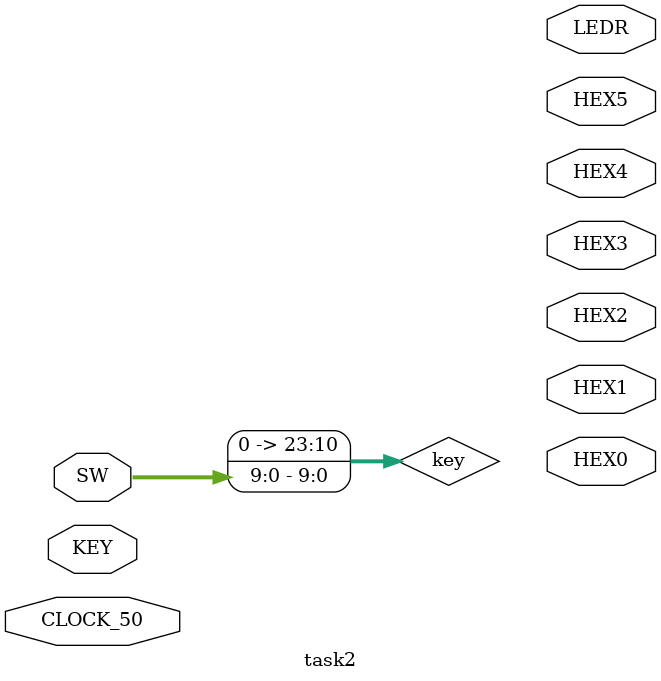
<source format=sv>
module task2(input logic CLOCK_50, input logic [3:0] KEY, input logic [9:0] SW,
             output logic [6:0] HEX0, output logic [6:0] HEX1, output logic [6:0] HEX2,
             output logic [6:0] HEX3, output logic [6:0] HEX4, output logic [6:0] HEX5,
             output logic [9:0] LEDR);

	// Defining local parameter values for the the individual states of for
	// task 2.
	localparam Waiting_For_Reset = 0;
	localparam Init_Wait_For_Rdy = 1;
	localparam Deassert_en_init = 2;
	localparam Initializing = 3;
	localparam Done_Initializing = 4;
	localparam Ksa_Wait_For_Ready = 5;
	localparam Deassert_en_ksa = 6;
	localparam Ksaing = 7;
	localparam Done = 8;
	
	
	// Initiating the state variables for task2 to start in Waiting_For_Reset 
	// state.
	logic [3:0] state = Waiting_For_Reset;
	
	// Variables for managing the enable for each instantiated module.
	logic en_init;
	logic en_ksa;
	logic wren_mem;
	
	// Variables for the rdy variables of init and ksa.
	logic rdy_init;
	logic rdy_ksa;
	
	// The data variables for interaction with the init module.
	logic [7:0] address_init; // Output
	logic [7:0] wrdata_init; // Output
	logic wren_init; // Output
	
	// The data variables for interaction with the ksa module.
	logic [7:0] rddata_ksa; // Input 
	logic [7:0] address_ksa; // Output
	logic [7:0] wrdata_ksa; // Output
	logic wren_ksa; // Output
	
	
	// The data variables for interaction with the memory module. 
	logic [7:0] address_mem; // Input
	logic [7:0] input_data_mem; // Input
	logic [7:0] read_value_mem; // Output
	
	// The encryption key determined by the switches on the board.
	// logic [23:0] key = 24'b000000000000000000000000;
	// logic [23:0] key = 24'h00033c;
	// logic [23:0] key = 24'h010101;
	logic [23:0] key;
	assign key[9:0] = SW[9:0];
	assign key[23:10] = 0;
			 
    s_mem s(.address(address_mem), .clock(CLOCK_50), .data(input_data_mem), 
		.wren(wren_mem), .q(read_value_mem));
	
	init init(.clk(CLOCK_50), .rst_n(1), .en(en_init), .rdy(rdy_init), 
		.addr(address_init), .wrdata(wrdata_init), .wren(wren_init));

	ksa ksa(.clk(CLOCK_50), .rst_n(1), .en(en_ksa), .rdy(rdy_ksa), 
		.key(key), .addr(address_ksa), .rddata(rddata_ksa), .wrdata(wrdata_ksa),
		.wren(wren_ksa));
		
    // Determines the state of the task1 state machine.
	always_ff @(posedge CLOCK_50)
		begin
			
			case(state)
			
				Waiting_For_Reset:
					begin
						if (KEY[3] == 0)
							begin
								state = Init_Wait_For_Rdy ;
							end
						else
							begin
								state = Waiting_For_Reset;
							end
					end
				
				Init_Wait_For_Rdy: 
					begin
						if (rdy_init == 0)
							begin
								state = Init_Wait_For_Rdy;
							end	
						else
							begin
								state = Deassert_en_init;
							end
					end
				
				Deassert_en_init:
					begin
						state = Initializing;
					end
				
				Initializing: 
					begin
						if (rdy_init == 1)
							begin
								state = Done_Initializing;
							end
						else
							begin
								state = Initializing;
							end
					end
					
				Done_Initializing:
					begin
						state = Ksa_Wait_For_Ready;
					end
				
				Ksa_Wait_For_Ready: 
					begin
						if (rdy_ksa == 0)
							begin
								state = Ksa_Wait_For_Ready;
							end	
						else
							begin
								state = Deassert_en_ksa;
							end
					end
				
				Deassert_en_ksa:
					begin
						state = Ksaing;
					end
				
				Ksaing: 
					begin
						if (rdy_ksa == 1)
							begin
								state = Done;
							end
						else
							begin
								state = Ksaing;
							end
					end
					
				Done:
					begin
						state = Waiting_For_Reset;
					end
			endcase

		end
	
	always_comb
		begin		
			case (state)
				
				Waiting_For_Reset: 
					begin
						en_init = 0;
						en_ksa = 0;
						rddata_ksa = 0;
						wren_mem = 0;
						address_mem = 0;
						input_data_mem = 0;
					end
					
				Init_Wait_For_Rdy:
					begin
						en_ksa = 0;
						rddata_ksa = 0;
						wren_mem = 0;
						address_mem = 0;
						input_data_mem = 0;
						
						if (rdy_init == 1)
							en_init = 1;
						else
							en_init = 0;
					end
					
				Deassert_en_init:
					begin
						en_init = 0;
						en_ksa = 0;
						rddata_ksa = 0;
						wren_mem = wren_init;
						address_mem = address_init;
						input_data_mem = wrdata_init;
					end
					
				Initializing:	
					begin
						en_init = 0;
						en_ksa = 0;
						rddata_ksa = 0;
						wren_mem = wren_init;
						address_mem = address_init;
						input_data_mem = wrdata_init;
					end
					
				Done_Initializing:
					begin
						en_init = 0;
						en_ksa = 0;
						rddata_ksa = 0;
						wren_mem = 0;
						address_mem = 0;
						input_data_mem = 0;
					end
					
				Ksa_Wait_For_Ready:
					begin
						en_init = 0;
						rddata_ksa = 0;
						wren_mem = 0;
						address_mem = 0;
						input_data_mem = 0;
						
						if (rdy_ksa == 1)
							en_ksa = 1;
						else
							en_ksa = 0;
					end
				
				Deassert_en_ksa:
					begin
						en_init = 0;
						en_ksa = 0;
						rddata_ksa = read_value_mem;
						wren_mem = wren_ksa;
						address_mem = address_ksa;
						input_data_mem = wrdata_ksa;
					end
					
				Ksaing:
					begin
						en_init = 0;
						en_ksa = 0;
						rddata_ksa = read_value_mem;
						wren_mem = wren_ksa;
						address_mem = address_ksa;
						input_data_mem = wrdata_ksa;
					end
					
				Done:
					begin
						en_init = 0;
						en_ksa = 0;
						rddata_ksa = 0;
						wren_mem = 0;
						address_mem = 0;
						input_data_mem = 0;
					end
				
			endcase
		end
			

endmodule: task2

</source>
